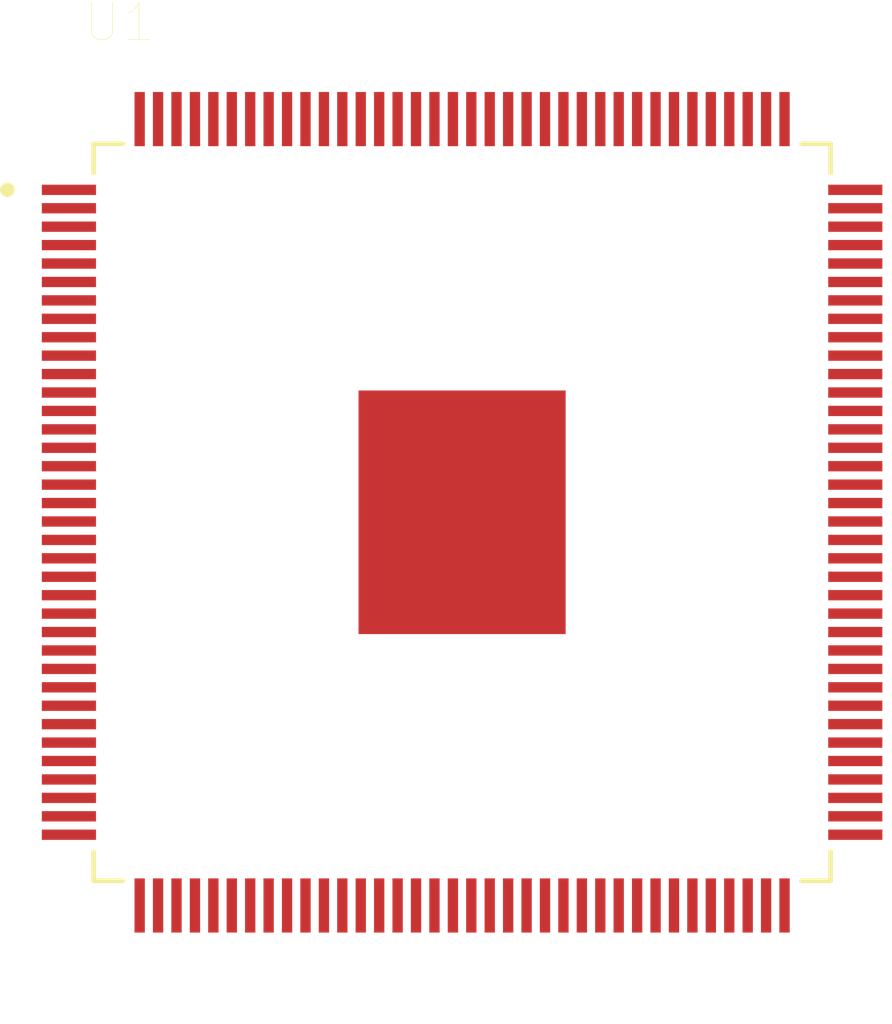
<source format=kicad_pcb>
(kicad_pcb (version 20171130) (host pcbnew 5.1.5+dfsg1-2build2)

  (general
    (thickness 1.6)
    (drawings 0)
    (tracks 0)
    (zones 0)
    (modules 1)
    (nets 15)
  )

  (page A4)
  (layers
    (0 F.Cu signal)
    (31 B.Cu signal)
    (32 B.Adhes user)
    (33 F.Adhes user)
    (34 B.Paste user)
    (35 F.Paste user)
    (36 B.SilkS user)
    (37 F.SilkS user)
    (38 B.Mask user)
    (39 F.Mask user)
    (40 Dwgs.User user)
    (41 Cmts.User user)
    (42 Eco1.User user)
    (43 Eco2.User user)
    (44 Edge.Cuts user)
    (45 Margin user)
    (46 B.CrtYd user)
    (47 F.CrtYd user)
    (48 B.Fab user)
    (49 F.Fab user)
  )

  (setup
    (last_trace_width 0.25)
    (trace_clearance 0.2)
    (zone_clearance 0.508)
    (zone_45_only no)
    (trace_min 0.2)
    (via_size 0.8)
    (via_drill 0.4)
    (via_min_size 0.4)
    (via_min_drill 0.3)
    (uvia_size 0.3)
    (uvia_drill 0.1)
    (uvias_allowed no)
    (uvia_min_size 0.2)
    (uvia_min_drill 0.1)
    (edge_width 0.05)
    (segment_width 0.2)
    (pcb_text_width 0.3)
    (pcb_text_size 1.5 1.5)
    (mod_edge_width 0.12)
    (mod_text_size 1 1)
    (mod_text_width 0.15)
    (pad_size 1.524 1.524)
    (pad_drill 0.762)
    (pad_to_mask_clearance 0.051)
    (solder_mask_min_width 0.25)
    (aux_axis_origin 0 0)
    (visible_elements FFFFFF7F)
    (pcbplotparams
      (layerselection 0x010fc_ffffffff)
      (usegerberextensions false)
      (usegerberattributes false)
      (usegerberadvancedattributes false)
      (creategerberjobfile false)
      (excludeedgelayer true)
      (linewidth 0.100000)
      (plotframeref false)
      (viasonmask false)
      (mode 1)
      (useauxorigin false)
      (hpglpennumber 1)
      (hpglpenspeed 20)
      (hpglpendiameter 15.000000)
      (psnegative false)
      (psa4output false)
      (plotreference true)
      (plotvalue true)
      (plotinvisibletext false)
      (padsonsilk false)
      (subtractmaskfromsilk false)
      (outputformat 1)
      (mirror false)
      (drillshape 1)
      (scaleselection 1)
      (outputdirectory ""))
  )

  (net 0 "")
  (net 1 "Net-(U1-Pad55)")
  (net 2 "Net-(U1-Pad53)")
  (net 3 "Net-(U1-Pad52)")
  (net 4 "Net-(U1-Pad51)")
  (net 5 "Net-(U1-Pad50)")
  (net 6 /DOUT9)
  (net 7 /DOUT7)
  (net 8 /DOUT8)
  (net 9 /DOUT6)
  (net 10 /DOUT5)
  (net 11 /DOUT4)
  (net 12 /DOUT3)
  (net 13 /DOU2)
  (net 14 /DOUT1)

  (net_class Default "This is the default net class."
    (clearance 0.2)
    (trace_width 0.25)
    (via_dia 0.8)
    (via_drill 0.4)
    (uvia_dia 0.3)
    (uvia_drill 0.1)
    (add_net /DOU2)
    (add_net /DOUT1)
    (add_net /DOUT3)
    (add_net /DOUT4)
    (add_net /DOUT5)
    (add_net /DOUT6)
    (add_net /DOUT7)
    (add_net /DOUT8)
    (add_net /DOUT9)
    (add_net "Net-(U1-Pad50)")
    (add_net "Net-(U1-Pad51)")
    (add_net "Net-(U1-Pad52)")
    (add_net "Net-(U1-Pad53)")
    (add_net "Net-(U1-Pad55)")
  )

  (module 10M50SCE144:QFP50P2200X2200X165-145N (layer F.Cu) (tedit 60708FCB) (tstamp 6079DD87)
    (at 100.33 76.2)
    (path /607B5417)
    (fp_text reference U1 (at -9.295 -13.29) (layer F.SilkS)
      (effects (font (size 1 1) (thickness 0.015)))
    )
    (fp_text value 10M50SCE144C8G (at 2.77 13.29) (layer F.Fab)
      (effects (font (size 1 1) (thickness 0.015)))
    )
    (fp_line (start 11.655 11.655) (end 11.655 -11.655) (layer F.CrtYd) (width 0.05))
    (fp_line (start -11.655 11.655) (end -11.655 -11.655) (layer F.CrtYd) (width 0.05))
    (fp_line (start -11.655 -11.655) (end 11.655 -11.655) (layer F.CrtYd) (width 0.05))
    (fp_line (start -11.655 11.655) (end 11.655 11.655) (layer F.CrtYd) (width 0.05))
    (fp_line (start -10 -10) (end -10 -9.21) (layer F.SilkS) (width 0.127))
    (fp_line (start -10 10) (end -10 9.21) (layer F.SilkS) (width 0.127))
    (fp_line (start 10 -10) (end 10 -9.21) (layer F.SilkS) (width 0.127))
    (fp_line (start 10 10) (end 10 9.21) (layer F.SilkS) (width 0.127))
    (fp_line (start -10 -10) (end -9.21 -10) (layer F.SilkS) (width 0.127))
    (fp_line (start -10 10) (end -9.21 10) (layer F.SilkS) (width 0.127))
    (fp_line (start 10 -10) (end 9.21 -10) (layer F.SilkS) (width 0.127))
    (fp_line (start 10 10) (end 9.21 10) (layer F.SilkS) (width 0.127))
    (fp_line (start -10 10) (end -10 -10) (layer F.Fab) (width 0.127))
    (fp_line (start 10 10) (end 10 -10) (layer F.Fab) (width 0.127))
    (fp_line (start 10 -10) (end -10 -10) (layer F.Fab) (width 0.127))
    (fp_line (start 10 10) (end -10 10) (layer F.Fab) (width 0.127))
    (fp_circle (center -12.34 -8.75) (end -12.24 -8.75) (layer F.Fab) (width 0.2))
    (fp_circle (center -12.34 -8.75) (end -12.24 -8.75) (layer F.SilkS) (width 0.2))
    (fp_poly (pts (xy 0.5175 0.61) (xy 2.2975 0.61) (xy 2.2975 2.71) (xy 0.5175 2.71)) (layer F.Paste) (width 0.01))
    (fp_poly (pts (xy -2.2925 0.61) (xy -0.5125 0.61) (xy -0.5125 2.71) (xy -2.2925 2.71)) (layer F.Paste) (width 0.01))
    (fp_poly (pts (xy 0.5175 -2.7) (xy 2.2975 -2.7) (xy 2.2975 -0.6) (xy 0.5175 -0.6)) (layer F.Paste) (width 0.01))
    (fp_poly (pts (xy -2.2925 -2.7) (xy -0.5125 -2.7) (xy -0.5125 -0.6) (xy -2.2925 -0.6)) (layer F.Paste) (width 0.01))
    (pad 145 smd rect (at 0 0) (size 5.62 6.61) (layers F.Cu F.Mask))
    (pad 108 smd rect (at 10.67 -8.75) (size 1.47 0.28) (layers F.Cu F.Paste F.Mask))
    (pad 107 smd rect (at 10.67 -8.25) (size 1.47 0.28) (layers F.Cu F.Paste F.Mask))
    (pad 106 smd rect (at 10.67 -7.75) (size 1.47 0.28) (layers F.Cu F.Paste F.Mask))
    (pad 105 smd rect (at 10.67 -7.25) (size 1.47 0.28) (layers F.Cu F.Paste F.Mask))
    (pad 104 smd rect (at 10.67 -6.75) (size 1.47 0.28) (layers F.Cu F.Paste F.Mask))
    (pad 103 smd rect (at 10.67 -6.25) (size 1.47 0.28) (layers F.Cu F.Paste F.Mask))
    (pad 102 smd rect (at 10.67 -5.75) (size 1.47 0.28) (layers F.Cu F.Paste F.Mask))
    (pad 101 smd rect (at 10.67 -5.25) (size 1.47 0.28) (layers F.Cu F.Paste F.Mask))
    (pad 100 smd rect (at 10.67 -4.75) (size 1.47 0.28) (layers F.Cu F.Paste F.Mask))
    (pad 99 smd rect (at 10.67 -4.25) (size 1.47 0.28) (layers F.Cu F.Paste F.Mask))
    (pad 98 smd rect (at 10.67 -3.75) (size 1.47 0.28) (layers F.Cu F.Paste F.Mask))
    (pad 97 smd rect (at 10.67 -3.25) (size 1.47 0.28) (layers F.Cu F.Paste F.Mask))
    (pad 96 smd rect (at 10.67 -2.75) (size 1.47 0.28) (layers F.Cu F.Paste F.Mask))
    (pad 95 smd rect (at 10.67 -2.25) (size 1.47 0.28) (layers F.Cu F.Paste F.Mask))
    (pad 94 smd rect (at 10.67 -1.75) (size 1.47 0.28) (layers F.Cu F.Paste F.Mask))
    (pad 93 smd rect (at 10.67 -1.25) (size 1.47 0.28) (layers F.Cu F.Paste F.Mask))
    (pad 92 smd rect (at 10.67 -0.75) (size 1.47 0.28) (layers F.Cu F.Paste F.Mask))
    (pad 91 smd rect (at 10.67 -0.25) (size 1.47 0.28) (layers F.Cu F.Paste F.Mask))
    (pad 90 smd rect (at 10.67 0.25) (size 1.47 0.28) (layers F.Cu F.Paste F.Mask))
    (pad 89 smd rect (at 10.67 0.75) (size 1.47 0.28) (layers F.Cu F.Paste F.Mask))
    (pad 88 smd rect (at 10.67 1.25) (size 1.47 0.28) (layers F.Cu F.Paste F.Mask))
    (pad 87 smd rect (at 10.67 1.75) (size 1.47 0.28) (layers F.Cu F.Paste F.Mask))
    (pad 86 smd rect (at 10.67 2.25) (size 1.47 0.28) (layers F.Cu F.Paste F.Mask))
    (pad 85 smd rect (at 10.67 2.75) (size 1.47 0.28) (layers F.Cu F.Paste F.Mask))
    (pad 84 smd rect (at 10.67 3.25) (size 1.47 0.28) (layers F.Cu F.Paste F.Mask))
    (pad 83 smd rect (at 10.67 3.75) (size 1.47 0.28) (layers F.Cu F.Paste F.Mask))
    (pad 82 smd rect (at 10.67 4.25) (size 1.47 0.28) (layers F.Cu F.Paste F.Mask))
    (pad 81 smd rect (at 10.67 4.75) (size 1.47 0.28) (layers F.Cu F.Paste F.Mask))
    (pad 80 smd rect (at 10.67 5.25) (size 1.47 0.28) (layers F.Cu F.Paste F.Mask))
    (pad 79 smd rect (at 10.67 5.75) (size 1.47 0.28) (layers F.Cu F.Paste F.Mask))
    (pad 78 smd rect (at 10.67 6.25) (size 1.47 0.28) (layers F.Cu F.Paste F.Mask))
    (pad 77 smd rect (at 10.67 6.75) (size 1.47 0.28) (layers F.Cu F.Paste F.Mask))
    (pad 76 smd rect (at 10.67 7.25) (size 1.47 0.28) (layers F.Cu F.Paste F.Mask))
    (pad 75 smd rect (at 10.67 7.75) (size 1.47 0.28) (layers F.Cu F.Paste F.Mask))
    (pad 74 smd rect (at 10.67 8.25) (size 1.47 0.28) (layers F.Cu F.Paste F.Mask))
    (pad 73 smd rect (at 10.67 8.75) (size 1.47 0.28) (layers F.Cu F.Paste F.Mask))
    (pad 36 smd rect (at -10.67 8.75) (size 1.47 0.28) (layers F.Cu F.Paste F.Mask))
    (pad 35 smd rect (at -10.67 8.25) (size 1.47 0.28) (layers F.Cu F.Paste F.Mask))
    (pad 34 smd rect (at -10.67 7.75) (size 1.47 0.28) (layers F.Cu F.Paste F.Mask))
    (pad 33 smd rect (at -10.67 7.25) (size 1.47 0.28) (layers F.Cu F.Paste F.Mask))
    (pad 32 smd rect (at -10.67 6.75) (size 1.47 0.28) (layers F.Cu F.Paste F.Mask))
    (pad 31 smd rect (at -10.67 6.25) (size 1.47 0.28) (layers F.Cu F.Paste F.Mask))
    (pad 30 smd rect (at -10.67 5.75) (size 1.47 0.28) (layers F.Cu F.Paste F.Mask))
    (pad 29 smd rect (at -10.67 5.25) (size 1.47 0.28) (layers F.Cu F.Paste F.Mask))
    (pad 28 smd rect (at -10.67 4.75) (size 1.47 0.28) (layers F.Cu F.Paste F.Mask))
    (pad 27 smd rect (at -10.67 4.25) (size 1.47 0.28) (layers F.Cu F.Paste F.Mask))
    (pad 26 smd rect (at -10.67 3.75) (size 1.47 0.28) (layers F.Cu F.Paste F.Mask))
    (pad 25 smd rect (at -10.67 3.25) (size 1.47 0.28) (layers F.Cu F.Paste F.Mask))
    (pad 24 smd rect (at -10.67 2.75) (size 1.47 0.28) (layers F.Cu F.Paste F.Mask))
    (pad 23 smd rect (at -10.67 2.25) (size 1.47 0.28) (layers F.Cu F.Paste F.Mask))
    (pad 22 smd rect (at -10.67 1.75) (size 1.47 0.28) (layers F.Cu F.Paste F.Mask))
    (pad 21 smd rect (at -10.67 1.25) (size 1.47 0.28) (layers F.Cu F.Paste F.Mask))
    (pad 20 smd rect (at -10.67 0.75) (size 1.47 0.28) (layers F.Cu F.Paste F.Mask))
    (pad 19 smd rect (at -10.67 0.25) (size 1.47 0.28) (layers F.Cu F.Paste F.Mask))
    (pad 18 smd rect (at -10.67 -0.25) (size 1.47 0.28) (layers F.Cu F.Paste F.Mask))
    (pad 17 smd rect (at -10.67 -0.75) (size 1.47 0.28) (layers F.Cu F.Paste F.Mask))
    (pad 16 smd rect (at -10.67 -1.25) (size 1.47 0.28) (layers F.Cu F.Paste F.Mask))
    (pad 15 smd rect (at -10.67 -1.75) (size 1.47 0.28) (layers F.Cu F.Paste F.Mask))
    (pad 14 smd rect (at -10.67 -2.25) (size 1.47 0.28) (layers F.Cu F.Paste F.Mask))
    (pad 13 smd rect (at -10.67 -2.75) (size 1.47 0.28) (layers F.Cu F.Paste F.Mask))
    (pad 12 smd rect (at -10.67 -3.25) (size 1.47 0.28) (layers F.Cu F.Paste F.Mask))
    (pad 11 smd rect (at -10.67 -3.75) (size 1.47 0.28) (layers F.Cu F.Paste F.Mask))
    (pad 10 smd rect (at -10.67 -4.25) (size 1.47 0.28) (layers F.Cu F.Paste F.Mask))
    (pad 9 smd rect (at -10.67 -4.75) (size 1.47 0.28) (layers F.Cu F.Paste F.Mask))
    (pad 8 smd rect (at -10.67 -5.25) (size 1.47 0.28) (layers F.Cu F.Paste F.Mask))
    (pad 7 smd rect (at -10.67 -5.75) (size 1.47 0.28) (layers F.Cu F.Paste F.Mask))
    (pad 6 smd rect (at -10.67 -6.25) (size 1.47 0.28) (layers F.Cu F.Paste F.Mask))
    (pad 5 smd rect (at -10.67 -6.75) (size 1.47 0.28) (layers F.Cu F.Paste F.Mask))
    (pad 4 smd rect (at -10.67 -7.25) (size 1.47 0.28) (layers F.Cu F.Paste F.Mask))
    (pad 3 smd rect (at -10.67 -7.75) (size 1.47 0.28) (layers F.Cu F.Paste F.Mask))
    (pad 2 smd rect (at -10.67 -8.25) (size 1.47 0.28) (layers F.Cu F.Paste F.Mask))
    (pad 1 smd rect (at -10.67 -8.75) (size 1.47 0.28) (layers F.Cu F.Paste F.Mask))
    (pad 144 smd rect (at -8.75 -10.67) (size 0.28 1.47) (layers F.Cu F.Paste F.Mask))
    (pad 143 smd rect (at -8.25 -10.67) (size 0.28 1.47) (layers F.Cu F.Paste F.Mask))
    (pad 142 smd rect (at -7.75 -10.67) (size 0.28 1.47) (layers F.Cu F.Paste F.Mask))
    (pad 141 smd rect (at -7.25 -10.67) (size 0.28 1.47) (layers F.Cu F.Paste F.Mask))
    (pad 140 smd rect (at -6.75 -10.67) (size 0.28 1.47) (layers F.Cu F.Paste F.Mask))
    (pad 139 smd rect (at -6.25 -10.67) (size 0.28 1.47) (layers F.Cu F.Paste F.Mask))
    (pad 138 smd rect (at -5.75 -10.67) (size 0.28 1.47) (layers F.Cu F.Paste F.Mask))
    (pad 137 smd rect (at -5.25 -10.67) (size 0.28 1.47) (layers F.Cu F.Paste F.Mask))
    (pad 136 smd rect (at -4.75 -10.67) (size 0.28 1.47) (layers F.Cu F.Paste F.Mask))
    (pad 135 smd rect (at -4.25 -10.67) (size 0.28 1.47) (layers F.Cu F.Paste F.Mask))
    (pad 134 smd rect (at -3.75 -10.67) (size 0.28 1.47) (layers F.Cu F.Paste F.Mask))
    (pad 133 smd rect (at -3.25 -10.67) (size 0.28 1.47) (layers F.Cu F.Paste F.Mask))
    (pad 132 smd rect (at -2.75 -10.67) (size 0.28 1.47) (layers F.Cu F.Paste F.Mask))
    (pad 131 smd rect (at -2.25 -10.67) (size 0.28 1.47) (layers F.Cu F.Paste F.Mask))
    (pad 130 smd rect (at -1.75 -10.67) (size 0.28 1.47) (layers F.Cu F.Paste F.Mask))
    (pad 129 smd rect (at -1.25 -10.67) (size 0.28 1.47) (layers F.Cu F.Paste F.Mask))
    (pad 128 smd rect (at -0.75 -10.67) (size 0.28 1.47) (layers F.Cu F.Paste F.Mask))
    (pad 127 smd rect (at -0.25 -10.67) (size 0.28 1.47) (layers F.Cu F.Paste F.Mask))
    (pad 126 smd rect (at 0.25 -10.67) (size 0.28 1.47) (layers F.Cu F.Paste F.Mask))
    (pad 125 smd rect (at 0.75 -10.67) (size 0.28 1.47) (layers F.Cu F.Paste F.Mask))
    (pad 124 smd rect (at 1.25 -10.67) (size 0.28 1.47) (layers F.Cu F.Paste F.Mask))
    (pad 123 smd rect (at 1.75 -10.67) (size 0.28 1.47) (layers F.Cu F.Paste F.Mask))
    (pad 122 smd rect (at 2.25 -10.67) (size 0.28 1.47) (layers F.Cu F.Paste F.Mask))
    (pad 121 smd rect (at 2.75 -10.67) (size 0.28 1.47) (layers F.Cu F.Paste F.Mask))
    (pad 120 smd rect (at 3.25 -10.67) (size 0.28 1.47) (layers F.Cu F.Paste F.Mask))
    (pad 119 smd rect (at 3.75 -10.67) (size 0.28 1.47) (layers F.Cu F.Paste F.Mask))
    (pad 118 smd rect (at 4.25 -10.67) (size 0.28 1.47) (layers F.Cu F.Paste F.Mask))
    (pad 117 smd rect (at 4.75 -10.67) (size 0.28 1.47) (layers F.Cu F.Paste F.Mask))
    (pad 116 smd rect (at 5.25 -10.67) (size 0.28 1.47) (layers F.Cu F.Paste F.Mask))
    (pad 115 smd rect (at 5.75 -10.67) (size 0.28 1.47) (layers F.Cu F.Paste F.Mask))
    (pad 114 smd rect (at 6.25 -10.67) (size 0.28 1.47) (layers F.Cu F.Paste F.Mask))
    (pad 113 smd rect (at 6.75 -10.67) (size 0.28 1.47) (layers F.Cu F.Paste F.Mask))
    (pad 112 smd rect (at 7.25 -10.67) (size 0.28 1.47) (layers F.Cu F.Paste F.Mask))
    (pad 111 smd rect (at 7.75 -10.67) (size 0.28 1.47) (layers F.Cu F.Paste F.Mask))
    (pad 110 smd rect (at 8.25 -10.67) (size 0.28 1.47) (layers F.Cu F.Paste F.Mask))
    (pad 109 smd rect (at 8.75 -10.67) (size 0.28 1.47) (layers F.Cu F.Paste F.Mask))
    (pad 72 smd rect (at 8.75 10.67) (size 0.28 1.47) (layers F.Cu F.Paste F.Mask))
    (pad 71 smd rect (at 8.25 10.67) (size 0.28 1.47) (layers F.Cu F.Paste F.Mask))
    (pad 70 smd rect (at 7.75 10.67) (size 0.28 1.47) (layers F.Cu F.Paste F.Mask))
    (pad 69 smd rect (at 7.25 10.67) (size 0.28 1.47) (layers F.Cu F.Paste F.Mask))
    (pad 68 smd rect (at 6.75 10.67) (size 0.28 1.47) (layers F.Cu F.Paste F.Mask))
    (pad 67 smd rect (at 6.25 10.67) (size 0.28 1.47) (layers F.Cu F.Paste F.Mask))
    (pad 66 smd rect (at 5.75 10.67) (size 0.28 1.47) (layers F.Cu F.Paste F.Mask))
    (pad 65 smd rect (at 5.25 10.67) (size 0.28 1.47) (layers F.Cu F.Paste F.Mask))
    (pad 64 smd rect (at 4.75 10.67) (size 0.28 1.47) (layers F.Cu F.Paste F.Mask))
    (pad 63 smd rect (at 4.25 10.67) (size 0.28 1.47) (layers F.Cu F.Paste F.Mask))
    (pad 62 smd rect (at 3.75 10.67) (size 0.28 1.47) (layers F.Cu F.Paste F.Mask))
    (pad 61 smd rect (at 3.25 10.67) (size 0.28 1.47) (layers F.Cu F.Paste F.Mask))
    (pad 60 smd rect (at 2.75 10.67) (size 0.28 1.47) (layers F.Cu F.Paste F.Mask))
    (pad 59 smd rect (at 2.25 10.67) (size 0.28 1.47) (layers F.Cu F.Paste F.Mask))
    (pad 58 smd rect (at 1.75 10.67) (size 0.28 1.47) (layers F.Cu F.Paste F.Mask))
    (pad 57 smd rect (at 1.25 10.67) (size 0.28 1.47) (layers F.Cu F.Paste F.Mask))
    (pad 56 smd rect (at 0.75 10.67) (size 0.28 1.47) (layers F.Cu F.Paste F.Mask))
    (pad 55 smd rect (at 0.25 10.67) (size 0.28 1.47) (layers F.Cu F.Paste F.Mask)
      (net 1 "Net-(U1-Pad55)"))
    (pad 54 smd rect (at -0.25 10.67) (size 0.28 1.47) (layers F.Cu F.Paste F.Mask))
    (pad 53 smd rect (at -0.75 10.67) (size 0.28 1.47) (layers F.Cu F.Paste F.Mask)
      (net 2 "Net-(U1-Pad53)"))
    (pad 52 smd rect (at -1.25 10.67) (size 0.28 1.47) (layers F.Cu F.Paste F.Mask)
      (net 3 "Net-(U1-Pad52)"))
    (pad 51 smd rect (at -1.75 10.67) (size 0.28 1.47) (layers F.Cu F.Paste F.Mask)
      (net 4 "Net-(U1-Pad51)"))
    (pad 50 smd rect (at -2.25 10.67) (size 0.28 1.47) (layers F.Cu F.Paste F.Mask)
      (net 5 "Net-(U1-Pad50)"))
    (pad 49 smd rect (at -2.75 10.67) (size 0.28 1.47) (layers F.Cu F.Paste F.Mask)
      (net 6 /DOUT9))
    (pad 48 smd rect (at -3.25 10.67) (size 0.28 1.47) (layers F.Cu F.Paste F.Mask))
    (pad 47 smd rect (at -3.75 10.67) (size 0.28 1.47) (layers F.Cu F.Paste F.Mask))
    (pad 46 smd rect (at -4.25 10.67) (size 0.28 1.47) (layers F.Cu F.Paste F.Mask)
      (net 7 /DOUT7))
    (pad 45 smd rect (at -4.75 10.67) (size 0.28 1.47) (layers F.Cu F.Paste F.Mask))
    (pad 44 smd rect (at -5.25 10.67) (size 0.28 1.47) (layers F.Cu F.Paste F.Mask)
      (net 8 /DOUT8))
    (pad 43 smd rect (at -5.75 10.67) (size 0.28 1.47) (layers F.Cu F.Paste F.Mask)
      (net 9 /DOUT6))
    (pad 42 smd rect (at -6.25 10.67) (size 0.28 1.47) (layers F.Cu F.Paste F.Mask)
      (net 10 /DOUT5))
    (pad 41 smd rect (at -6.75 10.67) (size 0.28 1.47) (layers F.Cu F.Paste F.Mask)
      (net 11 /DOUT4))
    (pad 40 smd rect (at -7.25 10.67) (size 0.28 1.47) (layers F.Cu F.Paste F.Mask)
      (net 12 /DOUT3))
    (pad 39 smd rect (at -7.75 10.67) (size 0.28 1.47) (layers F.Cu F.Paste F.Mask)
      (net 13 /DOU2))
    (pad 38 smd rect (at -8.25 10.67) (size 0.28 1.47) (layers F.Cu F.Paste F.Mask)
      (net 14 /DOUT1))
    (pad 37 smd rect (at -8.75 10.67) (size 0.28 1.47) (layers F.Cu F.Paste F.Mask))
  )

)

</source>
